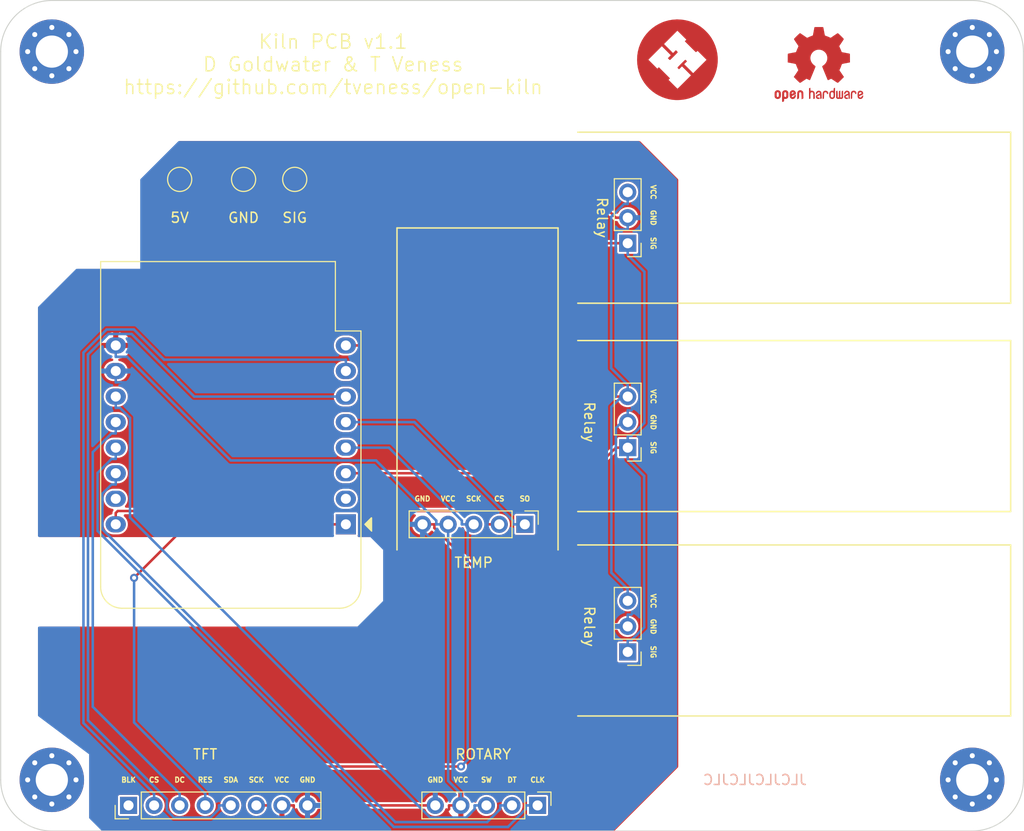
<source format=kicad_pcb>
(kicad_pcb (version 20211014) (generator pcbnew)
  (layers (0 "F.Cu" signal) (31 "B.Cu" signal) (34 "B.Paste" user) (35 "F.Paste" user) (36 "B.SilkS" user "B.Silkscreen") (37 "F.SilkS" user "F.Silkscreen") (38 "B.Mask" user) (39 "F.Mask" user) (44 "Edge.Cuts" user))
  (net 0 "")
  (net 3 "CS_TFT")
  (net 5 "CS_T")
  (net 6 "DC_TFT")
  (net 7 "RES_TFT")
  (net 8 "SDA_TFT")
  (net 9 "VCC_ROTARY")
  (net 10 "SO_T")
  (net 11 "SCK_T")
  (net 12 "Sig_relay")
  (net 13 "Vcc_relay")
  (net 14 "GND_ROTARY")
  (net 15 "CLK_ROTARY")
  (net 16 "DT_ROTARY")
  (net 17 "SW_ROTARY")
  (footprint "MountingHole:MountingHole_3.2mm_M3_Pad_Via" (layer "F.Cu") (at 171.45 116.84)
    (fp_text reference "H1")
    (fp_text value "MountingHole")
  )
  (footprint "Connector_PinHeader_2.54mm:PinHeader_1x03_P2.54mm_Vertical" (layer "F.Cu") (at 137.22 83.82 180)
    (fp_text reference "J5")
    (fp_text value "Relay")
  )
  (footprint "MountingHole:MountingHole_3.2mm_M3_Pad_Via" (layer "F.Cu") (at 80.01 116.84)
    (fp_text reference "H3")
    (fp_text value "MountingHole")
  )
  (footprint "Connector_PinHeader_2.54mm:PinHeader_1x08_P2.54mm_Vertical" (layer "F.Cu") (at 87.63 119.38 90)
    (fp_text reference "J1")
    (fp_text value "TFT")
  )
  (footprint "Symbol:OSHW-Logo2_9.8x8mm_Copper" (layer "F.Cu") (at 156.21 45.72)
    (fp_text reference "REF**" hide)
    (fp_text value "OSHW-Logo2_9.8x8mm_Copper" hide)
  )
  (footprint "TestPoint:TestPoint_Pad_D2.0mm" (layer "F.Cu") (at 104.14 57.15)
    (fp_text reference "TP3")
    (fp_text value "SIG")
  )
  (footprint "TestPoint:TestPoint_Pad_D2.0mm" (layer "F.Cu") (at 99.06 57.15)
    (fp_text reference "TP2")
    (fp_text value "GND")
  )
  (footprint "Module:WEMOS_D1_mini_light" (layer "F.Cu") (at 109.22 91.44 180)
    (fp_text reference "U1")
    (fp_text value "WeMos_D1_mini")
  )
  (footprint "Connector_PinHeader_2.54mm:PinHeader_1x03_P2.54mm_Vertical" (layer "F.Cu") (at 137.22 104.125 180)
    (fp_text reference "J6")
    (fp_text value "Relay")
  )
  (footprint "Connector_PinHeader_2.54mm:PinHeader_1x05_P2.54mm_Vertical" (layer "F.Cu") (at 128.265 119.38 -90)
    (fp_text reference "J3")
    (fp_text value "ROTARY")
  )
  (footprint "TestPoint:TestPoint_Pad_D2.0mm" (layer "F.Cu") (at 92.71 57.15)
    (fp_text reference "TP1")
    (fp_text value "5V")
  )
  (footprint "MountingHole:MountingHole_3.2mm_M3_Pad_Via" (layer "F.Cu") (at 80.01 44.45)
    (fp_text reference "H4")
    (fp_text value "MountingHole")
  )
  (footprint "Connector_PinHeader_2.54mm:PinHeader_1x05_P2.54mm_Vertical" (layer "F.Cu") (at 127 91.44 -90)
    (fp_text reference "J2")
    (fp_text value "TEMP")
  )
  (footprint "Connector_PinHeader_2.54mm:PinHeader_1x03_P2.54mm_Vertical" (layer "F.Cu") (at 137.22 63.5 180)
    (fp_text reference "J4")
    (fp_text value "Relay")
  )
  (footprint "wemos_d1_mini:hackspace_small" (layer "F.Cu") (at 140.97 44.45)
    (fp_text reference "Ref**" hide)
    (fp_text value "Val**" hide)
  )
  (footprint "MountingHole:MountingHole_3.2mm_M3_Pad_Via" (layer "F.Cu") (at 171.45 44.45)
    (fp_text reference "H2")
    (fp_text value "MountingHole")
  )
  (gr_line (start 175.26 90.17) (end 132.26 90.17) (layer "F.SilkS") (width 0.15))
  (gr_line (start 175.26 73.17) (end 175.26 90.17) (layer "F.SilkS") (width 0.15))
  (gr_line (start 175.26 93.49) (end 175.26 110.49) (layer "F.SilkS") (width 0.15))
  (gr_line (start 114.3 93.98) (end 114.3 61.98) (layer "F.SilkS") (width 0.15))
  (gr_line (start 175.26 110.49) (end 132.26 110.49) (layer "F.SilkS") (width 0.15))
  (gr_line (start 114.3 61.98) (end 130.3 61.98) (layer "F.SilkS") (width 0.15))
  (gr_line (start 175.26 52.46) (end 132.26 52.46) (layer "F.SilkS") (width 0.15))
  (gr_line (start 175.26 69.46) (end 132.26 69.46) (layer "F.SilkS") (width 0.15))
  (gr_line (start 175.26 73.17) (end 132.26 73.17) (layer "F.SilkS") (width 0.15))
  (gr_line (start 175.26 52.46) (end 175.26 69.46) (layer "F.SilkS") (width 0.15))
  (gr_line (start 175.26 93.49) (end 132.26 93.49) (layer "F.SilkS") (width 0.15))
  (gr_line (start 130.3 61.98) (end 130.3 93.98) (layer "F.SilkS") (width 0.15))
  (gr_arc (start 74.93 44.45) (mid 76.417898 40.857898) (end 80.01 39.37) (layer "Edge.Cuts") (width 0.1))
  (gr_line (start 74.93 44.45) (end 74.93 116.84) (layer "Edge.Cuts") (width 0.1))
  (gr_arc (start 171.45 39.37) (mid 175.042102 40.857898) (end 176.53 44.45) (layer "Edge.Cuts") (width 0.1))
  (gr_line (start 80.01 39.37) (end 171.45 39.37) (layer "Edge.Cuts") (width 0.1))
  (gr_line (start 80.01 121.92) (end 171.45 121.92) (layer "Edge.Cuts") (width 0.1))
  (gr_line (start 176.53 44.45) (end 176.53 116.84) (layer "Edge.Cuts") (width 0.1))
  (gr_arc (start 176.53 116.84) (mid 175.042102 120.432102) (end 171.45 121.92) (layer "Edge.Cuts") (width 0.1))
  (gr_arc (start 80.01 121.92) (mid 76.417898 120.432102) (end 74.93 116.84) (layer "Edge.Cuts") (width 0.1))
  (gr_text "JLCJLCJLCJLC" (at 149.86 116.84) (layer "B.SilkS") (effects (font (size 1 1)) (justify mirror)))
  (gr_text "GND" (at 105.41 116.84) (layer "F.SilkS") (effects (font (size 0.5 0.5) (thickness 0.125))))
  (gr_text "SCK" (at 121.92 88.9) (layer "F.SilkS") (effects (font (size 0.5 0.5) (thickness 0.125))))
  (gr_text "VCC" (at 102.87 116.84) (layer "F.SilkS") (effects (font (size 0.5 0.5) (thickness 0.125))))
  (gr_text "CLK" (at 128.27 116.84) (layer "F.SilkS") (effects (font (size 0.5 0.5) (thickness 0.125))))
  (gr_text "Kiln PCB v1.1\nD Goldwater & T Veness\nhttps://github.com/tveness/open-kiln" (at 107.95 45.72) (layer "F.SilkS") (effects (font (size 1.4 1.4))))
  (gr_text "SO" (at 127 88.9) (layer "F.SilkS") (effects (font (size 0.5 0.5) (thickness 0.125))))
  (gr_text "GND" (at 139.76 60.96 270) (layer "F.SilkS") (effects (font (size 0.5 0.5) (thickness 0.125))))
  (gr_text "SDA" (at 97.79 116.84) (layer "F.SilkS") (effects (font (size 0.5 0.5) (thickness 0.125))))
  (gr_text "SCK" (at 100.33 116.84) (layer "F.SilkS") (effects (font (size 0.5 0.5) (thickness 0.125))))
  (gr_text "BLK" (at 87.63 116.84) (layer "F.SilkS") (effects (font (size 0.5 0.5) (thickness 0.125))))
  (gr_text "SIG" (at 139.76 104.125 270) (layer "F.SilkS") (effects (font (size 0.5 0.5) (thickness 0.125))))
  (gr_text "CS" (at 124.46 88.9) (layer "F.SilkS") (effects (font (size 0.5 0.5) (thickness 0.125))))
  (gr_text "GND" (at 118.11 116.84) (layer "F.SilkS") (effects (font (size 0.5 0.5) (thickness 0.125))))
  (gr_text "SW" (at 123.19 116.84) (layer "F.SilkS") (effects (font (size 0.5 0.5) (thickness 0.125))))
  (gr_text "VCC" (at 139.76 99.06 270) (layer "F.SilkS") (effects (font (size 0.5 0.5) (thickness 0.125))))
  (gr_text "DT" (at 125.73 116.84) (layer "F.SilkS") (effects (font (size 0.5 0.5) (thickness 0.125))))
  (gr_text "SIG" (at 139.76 83.82 270) (layer "F.SilkS") (effects (font (size 0.5 0.5) (thickness 0.125))))
  (gr_text "VCC" (at 139.76 58.42 270) (layer "F.SilkS") (effects (font (size 0.5 0.5) (thickness 0.125))))
  (gr_text "GND" (at 139.76 101.6 270) (layer "F.SilkS") (effects (font (size 0.5 0.5) (thickness 0.125))))
  (gr_text "GND" (at 139.76 81.28 270) (layer "F.SilkS") (effects (font (size 0.5 0.5) (thickness 0.125))))
  (gr_text "SIG" (at 139.76 63.5 270) (layer "F.SilkS") (effects (font (size 0.5 0.5) (thickness 0.125))))
  (gr_text "VCC" (at 119.38 88.9) (layer "F.SilkS") (effects (font (size 0.5 0.5) (thickness 0.125))))
  (gr_text "VCC" (at 139.76 78.74 270) (layer "F.SilkS") (effects (font (size 0.5 0.5) (thickness 0.125))))
  (gr_text "CS" (at 90.17 116.84) (layer "F.SilkS") (effects (font (size 0.5 0.5) (thickness 0.125))))
  (gr_text "VCC" (at 120.65 116.84) (layer "F.SilkS") (effects (font (size 0.5 0.5) (thickness 0.125))))
  (gr_text "GND" (at 116.830915 88.899999) (layer "F.SilkS") (effects (font (size 0.5 0.5) (thickness 0.125))))
  (gr_text "DC" (at 92.71 116.84) (layer "F.SilkS") (effects (font (size 0.5 0.5) (thickness 0.125))))
  (gr_text "RES" (at 95.25 116.84) (layer "F.SilkS") (effects (font (size 0.5 0.5) (thickness 0.125))))
  (segment (start 91.1638 75.0747) (end 88.1595 72.0704) (width 0.25) (layer "B.Cu") (net 3))
  (segment (start 88.1595 72.0704) (end 85.452 72.0704) (width 0.25) (layer "B.Cu") (net 3))
  (segment (start 83.1508 111.1855) (end 90.17 118.2047) (width 0.25) (layer "B.Cu") (net 3))
  (segment (start 83.1508 74.3716) (end 83.1508 111.1855) (width 0.25) (layer "B.Cu") (net 3))
  (segment (start 85.452 72.0704) (end 83.1508 74.3716) (width 0.25) (layer "B.Cu") (net 3))
  (segment (start 109.22 75.0747) (end 91.1638 75.0747) (width 0.25) (layer "B.Cu") (net 3))
  (segment (start 90.17 119.38) (end 90.17 118.2047) (width 0.25) (layer "B.Cu") (net 3))
  (segment (start 109.22 76.2) (end 109.22 75.0747) (width 0.25) (layer "B.Cu") (net 3))
  (segment (start 86.5601 90.1146) (end 86.36 90.3147) (width 0.25) (layer "F.Cu") (net 5))
  (segment (start 86.36 91.44) (end 86.36 90.3147) (width 0.25) (layer "F.Cu") (net 5))
  (segment (start 124.46 91.44) (end 123.2847 91.44) (width 0.25) (layer "F.Cu") (net 5))
  (segment (start 122.3266 90.1146) (end 86.5601 90.1146) (width 0.25) (layer "F.Cu") (net 5))
  (segment (start 123.2847 91.44) (end 123.2847 91.0727) (width 0.25) (layer "F.Cu") (net 5))
  (segment (start 123.2847 91.0727) (end 122.3266 90.1146) (width 0.25) (layer "F.Cu") (net 5))
  (segment (start 85.938 82.4053) (end 84.0789 84.2644) (width 0.25) (layer "B.Cu") (net 6))
  (segment (start 86.36 81.28) (end 86.36 82.4053) (width 0.25) (layer "B.Cu") (net 6))
  (segment (start 86.36 82.4053) (end 85.938 82.4053) (width 0.25) (layer "B.Cu") (net 6))
  (segment (start 92.71 119.38) (end 92.71 118.2047) (width 0.25) (layer "B.Cu") (net 6))
  (segment (start 84.0789 109.5736) (end 92.71 118.2047) (width 0.25) (layer "B.Cu") (net 6))
  (segment (start 84.0789 84.2644) (end 84.0789 109.5736) (width 0.25) (layer "B.Cu") (net 6))
  (segment (start 109.22 91.44) (end 93.5007 91.44) (width 0.25) (layer "F.Cu") (net 7))
  (segment (start 93.5007 91.44) (end 88.182 96.7587) (width 0.25) (layer "F.Cu") (net 7))
  (via (at 88.182 96.7587) (size 0.8) (drill 0.4) (layers "F.Cu" "B.Cu") (net 7))
  (segment (start 88.182 111.1367) (end 88.182 96.7587) (width 0.25) (layer "B.Cu") (net 7))
  (segment (start 95.25 119.38) (end 95.25 118.2047) (width 0.25) (layer "B.Cu") (net 7))
  (segment (start 95.25 118.2047) (end 88.182 111.1367) (width 0.25) (layer "B.Cu") (net 7))
  (segment (start 96.6147 119.7453) (end 96.6147 119.38) (width 0.25) (layer "B.Cu") (net 8))
  (segment (start 83.6011 110.9109) (end 91.44 118.7498) (width 0.25) (layer "B.Cu") (net 8))
  (segment (start 95.7751 120.5849) (end 96.6147 119.7453) (width 0.25) (layer "B.Cu") (net 8))
  (segment (start 94.1537 78.74) (end 87.9344 72.5207) (width 0.25) (layer "B.Cu") (net 8))
  (segment (start 92.1465 120.5849) (end 95.7751 120.5849) (width 0.25) (layer "B.Cu") (net 8))
  (segment (start 97.79 119.38) (end 96.6147 119.38) (width 0.25) (layer "B.Cu") (net 8))
  (segment (start 91.44 118.7498) (end 91.44 119.8784) (width 0.25) (layer "B.Cu") (net 8))
  (segment (start 87.9344 72.5207) (end 85.6386 72.5207) (width 0.25) (layer "B.Cu") (net 8))
  (segment (start 83.6011 74.5582) (end 83.6011 110.9109) (width 0.25) (layer "B.Cu") (net 8))
  (segment (start 91.44 119.8784) (end 92.1465 120.5849) (width 0.25) (layer "B.Cu") (net 8))
  (segment (start 85.6386 72.5207) (end 83.6011 74.5582) (width 0.25) (layer "B.Cu") (net 8))
  (segment (start 109.22 78.74) (end 94.1537 78.74) (width 0.25) (layer "B.Cu") (net 8))
  (segment (start 120.645 119.38) (end 119.4697 119.38) (width 0.25) (layer "F.Cu") (net 9))
  (segment (start 119.4697 119.7473) (end 118.6617 120.5553) (width 0.25) (layer "F.Cu") (net 9))
  (segment (start 119.4697 119.38) (end 119.4697 119.7473) (width 0.25) (layer "F.Cu") (net 9))
  (segment (start 104.0453 119.7474) (end 104.0453 119.38) (width 0.25) (layer "F.Cu") (net 9))
  (segment (start 86.36 73.66) (end 86.36 72.5347) (width 0.25) (layer "F.Cu") (net 9))
  (segment (start 92.71 66.1847) (end 86.36 72.5347) (width 0.25) (layer "F.Cu") (net 9))
  (segment (start 102.87 119.38) (end 104.0453 119.38) (width 0.25) (layer "F.Cu") (net 9))
  (segment (start 104.8532 120.5553) (end 104.0453 119.7474) (width 0.25) (layer "F.Cu") (net 9))
  (segment (start 118.6617 120.5553) (end 104.8532 120.5553) (width 0.25) (layer "F.Cu") (net 9))
  (segment (start 92.71 57.15) (end 92.71 66.1847) (width 0.25) (layer "F.Cu") (net 9))
  (segment (start 86.36 74.7853) (end 87.4853 74.7853) (width 0.25) (layer "B.Cu") (net 9))
  (segment (start 119.38 116.9397) (end 120.645 118.2047) (width 0.25) (layer "B.Cu") (net 9))
  (segment (start 119.38 91.44) (end 119.38 116.9397) (width 0.25) (layer "B.Cu") (net 9))
  (segment (start 97.79 85.09) (end 112.222 85.09) (width 0.25) (layer "B.Cu") (net 9))
  (segment (start 119.38 91.44) (end 118.2047 91.44) (width 0.25) (layer "B.Cu") (net 9))
  (segment (start 120.645 119.38) (end 120.645 118.2047) (width 0.25) (layer "B.Cu") (net 9))
  (segment (start 86.36 73.66) (end 86.36 74.7853) (width 0.25) (layer "B.Cu") (net 9))
  (segment (start 87.4853 74.7853) (end 97.79 85.09) (width 0.25) (layer "B.Cu") (net 9))
  (segment (start 118.2047 91.0727) (end 118.2047 91.44) (width 0.25) (layer "B.Cu") (net 9))
  (segment (start 112.222 85.09) (end 118.2047 91.0727) (width 0.25) (layer "B.Cu") (net 9))
  (segment (start 116.032 81.28) (end 109.22 81.28) (width 0.25) (layer "B.Cu") (net 10))
  (segment (start 125.8247 91.44) (end 125.8247 91.0727) (width 0.25) (layer "B.Cu") (net 10))
  (segment (start 127 91.44) (end 125.8247 91.44) (width 0.25) (layer "B.Cu") (net 10))
  (segment (start 125.8247 91.0727) (end 116.032 81.28) (width 0.25) (layer "B.Cu") (net 10))
  (segment (start 101.5053 119.0127) (end 101.5053 119.38) (width 0.25) (layer "F.Cu") (net 11))
  (segment (start 105.0046 115.5134) (end 101.5053 119.0127) (width 0.25) (layer "F.Cu") (net 11))
  (segment (start 100.33 119.38) (end 101.5053 119.38) (width 0.25) (layer "F.Cu") (net 11))
  (segment (start 120.6599 115.5134) (end 105.0046 115.5134) (width 0.25) (layer "F.Cu") (net 11))
  (via (at 120.6599 115.5134) (size 0.8) (drill 0.4) (layers "F.Cu" "B.Cu") (net 11))
  (segment (start 121.92 91.44) (end 121.3324 91.44) (width 0.25) (layer "B.Cu") (net 11))
  (segment (start 113.492 83.82) (end 109.22 83.82) (width 0.25) (layer "B.Cu") (net 11))
  (segment (start 121.3324 114.8409) (end 120.6599 115.5134) (width 0.25) (layer "B.Cu") (net 11))
  (segment (start 121.3324 91.44) (end 121.3324 114.8409) (width 0.25) (layer "B.Cu") (net 11))
  (segment (start 120.7447 91.44) (end 120.7447 91.0727) (width 0.25) (layer "B.Cu") (net 11))
  (segment (start 121.3324 91.44) (end 120.7447 91.44) (width 0.25) (layer "B.Cu") (net 11))
  (segment (start 120.7447 91.0727) (end 113.492 83.82) (width 0.25) (layer "B.Cu") (net 11))
  (segment (start 137.22 83.82) (end 136.0447 83.82) (width 0.25) (layer "F.Cu") (net 12))
  (segment (start 109.22 86.36) (end 133.5047 86.36) (width 0.25) (layer "F.Cu") (net 12))
  (segment (start 137.22 63.5) (end 110.49 63.5) (width 0.25) (layer "F.Cu") (net 12))
  (segment (start 133.5047 86.36) (end 136.0447 83.82) (width 0.25) (layer "F.Cu") (net 12))
  (segment (start 110.49 63.5) (end 104.14 57.15) (width 0.25) (layer "F.Cu") (net 12))
  (segment (start 138.8512 101.6858) (end 137.5873 102.9497) (width 0.25) (layer "B.Cu") (net 12))
  (segment (start 137.5873 102.9497) (end 137.22 102.9497) (width 0.25) (layer "B.Cu") (net 12))
  (segment (start 137.22 64.6753) (end 138.8775 66.3328) (width 0.25) (layer "B.Cu") (net 12))
  (segment (start 137.22 84.9953) (end 138.8512 86.6265) (width 0.25) (layer "B.Cu") (net 12))
  (segment (start 137.22 104.125) (end 137.22 102.9497) (width 0.25) (layer "B.Cu") (net 12))
  (segment (start 137.5873 82.6447) (end 137.22 82.6447) (width 0.25) (layer "B.Cu") (net 12))
  (segment (start 138.8512 86.6265) (end 138.8512 101.6858) (width 0.25) (layer "B.Cu") (net 12))
  (segment (start 137.22 63.5) (end 137.22 64.6753) (width 0.25) (layer "B.Cu") (net 12))
  (segment (start 137.22 83.82) (end 137.22 82.6447) (width 0.25) (layer "B.Cu") (net 12))
  (segment (start 137.22 83.82) (end 137.22 84.9953) (width 0.25) (layer "B.Cu") (net 12))
  (segment (start 138.8775 66.3328) (end 138.8775 81.3545) (width 0.25) (layer "B.Cu") (net 12))
  (segment (start 138.8775 81.3545) (end 137.5873 82.6447) (width 0.25) (layer "B.Cu") (net 12))
  (segment (start 130.9647 73.66) (end 136.0447 78.74) (width 0.25) (layer "F.Cu") (net 13))
  (segment (start 137.22 78.74) (end 136.0447 78.74) (width 0.25) (layer "F.Cu") (net 13))
  (segment (start 109.22 73.66) (end 130.9647 73.66) (width 0.25) (layer "F.Cu") (net 13))
  (segment (start 136.8527 59.5953) (end 135.5757 60.8723) (width 0.25) (layer "B.Cu") (net 13))
  (segment (start 137.22 58.42) (end 137.22 59.5953) (width 0.25) (layer "B.Cu") (net 13))
  (segment (start 137.22 99.045) (end 137.22 97.8697) (width 0.25) (layer "B.Cu") (net 13))
  (segment (start 137.22 78.1523) (end 135.5944 79.7779) (width 0.25) (layer "B.Cu") (net 13))
  (segment (start 135.5757 60.8723) (end 135.5757 75.9204) (width 0.25) (layer "B.Cu") (net 13))
  (segment (start 137.22 78.1523) (end 137.22 77.5647) (width 0.25) (layer "B.Cu") (net 13))
  (segment (start 135.5757 75.9204) (end 137.22 77.5647) (width 0.25) (layer "B.Cu") (net 13))
  (segment (start 135.5944 79.7779) (end 135.5944 96.2441) (width 0.25) (layer "B.Cu") (net 13))
  (segment (start 137.22 59.5953) (end 136.8527 59.5953) (width 0.25) (layer "B.Cu") (net 13))
  (segment (start 135.5944 96.2441) (end 137.22 97.8697) (width 0.25) (layer "B.Cu") (net 13))
  (segment (start 137.22 78.74) (end 137.22 78.1523) (width 0.25) (layer "B.Cu") (net 13))
  (segment (start 127.793 101.585) (end 118.0153 91.8073) (width 0.25) (layer "F.Cu") (net 14))
  (segment (start 118.105 119.38) (end 105.41 119.38) (width 0.25) (layer "F.Cu") (net 14))
  (segment (start 118.0153 91.8073) (end 118.0153 91.44) (width 0.25) (layer "F.Cu") (net 14))
  (segment (start 137.22 60.96) (end 136.0447 60.96) (width 0.25) (layer "F.Cu") (net 14))
  (segment (start 130.8464 55.7617) (end 100.4483 55.7617) (width 0.25) (layer "F.Cu") (net 14))
  (segment (start 100.4483 55.7617) (end 99.06 57.15) (width 0.25) (layer "F.Cu") (net 14))
  (segment (start 137.22 101.585) (end 127.793 101.585) (width 0.25) (layer "F.Cu") (net 14))
  (segment (start 116.84 91.44) (end 118.0153 91.44) (width 0.25) (layer "F.Cu") (net 14))
  (segment (start 136.0447 60.96) (end 130.8464 55.7617) (width 0.25) (layer "F.Cu") (net 14))
  (segment (start 116.2524 91.44) (end 115.6647 91.44) (width 0.25) (layer "B.Cu") (net 14))
  (segment (start 137.5874 80.1047) (end 138.3953 79.2968) (width 0.25) (layer "B.Cu") (net 14))
  (segment (start 138.3953 76.7133) (end 136.0261 74.3441) (width 0.25) (layer "B.Cu") (net 14))
  (segment (start 111.8547 87.63) (end 115.6647 91.44) (width 0.25) (layer "B.Cu") (net 14))
  (segment (start 137.22 80.1047) (end 137.5874 80.1047) (width 0.25) (layer "B.Cu") (net 14))
  (segment (start 97.79 87.63) (end 111.8547 87.63) (width 0.25) (layer "B.Cu") (net 14))
  (segment (start 136.0261 62.5212) (end 136.412 62.1353) (width 0.25) (layer "B.Cu") (net 14))
  (segment (start 136.412 62.1353) (end 137.22 62.1353) (width 0.25) (layer "B.Cu") (net 14))
  (segment (start 136.0447 81.8676) (end 136.0447 85.4416) (width 0.25) (layer "B.Cu") (net 14))
  (segment (start 136.0261 74.3441) (end 136.0261 62.5212) (width 0.25) (layer "B.Cu") (net 14))
  (segment (start 86.36 77.3253) (end 87.4853 77.3253) (width 0.25) (layer "B.Cu") (net 14))
  (segment (start 138.3953 79.2968) (end 138.3953 76.7133) (width 0.25) (layer "B.Cu") (net 14))
  (segment (start 87.4853 77.3253) (end 97.79 87.63) (width 0.25) (layer "B.Cu") (net 14))
  (segment (start 137.22 101.585) (end 137.22 100.4097) (width 0.25) (layer "B.Cu") (net 14))
  (segment (start 118.105 93.2926) (end 118.105 119.38) (width 0.25) (layer "B.Cu") (net 14))
  (segment (start 137.22 81.28) (end 137.22 80.6923) (width 0.25) (layer "B.Cu") (net 14))
  (segment (start 138.3953 99.6018) (end 137.5874 100.4097) (width 0.25) (layer "B.Cu") (net 14))
  (segment (start 137.22 80.6923) (end 136.0447 81.8676) (width 0.25) (layer "B.Cu") (net 14))
  (segment (start 137.5874 100.4097) (end 137.22 100.4097) (width 0.25) (layer "B.Cu") (net 14))
  (segment (start 116.2524 91.44) (end 118.105 93.2926) (width 0.25) (layer "B.Cu") (net 14))
  (segment (start 86.36 76.2) (end 86.36 77.3253) (width 0.25) (layer "B.Cu") (net 14))
  (segment (start 136.0447 85.4416) (end 138.3953 87.7922) (width 0.25) (layer "B.Cu") (net 14))
  (segment (start 137.22 60.96) (end 137.22 62.1353) (width 0.25) (layer "B.Cu") (net 14))
  (segment (start 137.22 80.6923) (end 137.22 80.1047) (width 0.25) (layer "B.Cu") (net 14))
  (segment (start 138.3953 87.7922) (end 138.3953 99.6018) (width 0.25) (layer "B.Cu") (net 14))
  (segment (start 116.84 91.44) (end 116.2524 91.44) (width 0.25) (layer "B.Cu") (net 14))
  (segment (start 127.0897 119.38) (end 127.0897 119.7473) (width 0.25) (layer "B.Cu") (net 15))
  (segment (start 84.5574 92.0985) (end 84.5574 86.3259) (width 0.25) (layer "B.Cu") (net 15))
  (segment (start 113.9746 121.5157) (end 84.5574 92.0985) (width 0.25) (layer "B.Cu") (net 15))
  (segment (start 86.36 83.82) (end 86.36 84.9453) (width 0.25) (layer "B.Cu") (net 15))
  (segment (start 128.265 119.38) (end 127.0897 119.38) (width 0.25) (layer "B.Cu") (net 15))
  (segment (start 125.3213 121.5157) (end 113.9746 121.5157) (width 0.25) (layer "B.Cu") (net 15))
  (segment (start 127.0897 119.7473) (end 125.3213 121.5157) (width 0.25) (layer "B.Cu") (net 15))
  (segment (start 84.5574 86.3259) (end 85.938 84.9453) (width 0.25) (layer "B.Cu") (net 15))
  (segment (start 85.938 84.9453) (end 86.36 84.9453) (width 0.25) (layer "B.Cu") (net 15))
  (segment (start 123.2598 121.0372) (end 114.1365 121.0372) (width 0.25) (layer "B.Cu") (net 16))
  (segment (start 124.5497 119.7473) (end 123.2598 121.0372) (width 0.25) (layer "B.Cu") (net 16))
  (segment (start 125.725 119.38) (end 124.5497 119.38) (width 0.25) (layer "B.Cu") (net 16))
  (segment (start 114.1365 121.0372) (end 85.0338 91.9345) (width 0.25) (layer "B.Cu") (net 16))
  (segment (start 85.0338 88.3895) (end 85.938 87.4853) (width 0.25) (layer "B.Cu") (net 16))
  (segment (start 85.0338 91.9345) (end 85.0338 88.3895) (width 0.25) (layer "B.Cu") (net 16))
  (segment (start 86.36 86.36) (end 86.36 87.4853) (width 0.25) (layer "B.Cu") (net 16))
  (segment (start 85.938 87.4853) (end 86.36 87.4853) (width 0.25) (layer "B.Cu") (net 16))
  (segment (start 124.5497 119.38) (end 124.5497 119.7473) (width 0.25) (layer "B.Cu") (net 16))
  (segment (start 86.36 78.74) (end 86.36 79.8653) (width 0.25) (layer "B.Cu") (net 17))
  (segment (start 86.782 79.8653) (end 86.36 79.8653) (width 0.25) (layer "B.Cu") (net 17))
  (segment (start 123.185 119.38) (end 122.0097 119.38) (width 0.25) (layer "B.Cu") (net 17))
  (segment (start 122.0097 119.7473) (end 121.1702 120.5868) (width 0.25) (layer "B.Cu") (net 17))
  (segment (start 122.0097 119.38) (end 122.0097 119.7473) (width 0.25) (layer "B.Cu") (net 17))
  (segment (start 117.5902 120.5868) (end 87.7746 90.7712) (width 0.25) (layer "B.Cu") (net 17))
  (segment (start 87.7746 90.7712) (end 87.7746 80.8579) (width 0.25) (layer "B.Cu") (net 17))
  (segment (start 87.7746 80.8579) (end 86.782 79.8653) (width 0.25) (layer "B.Cu") (net 17))
  (segment (start 121.1702 120.5868) (end 117.5902 120.5868) (width 0.25) (layer "B.Cu") (net 17))
  (zone (net 9) (net_name "VCC_ROTARY") (layer "F.Cu") (connect_pads (clearance 0)) (min_thickness 0.254) (fill yes (thermal_gap 0.508) (thermal_bridge_width 0.508))
    (polygon (pts (xy 142.24 57.15) (xy 142.24 115.57) (xy 135.89 121.92) (xy 85.09 121.92) (xy 83.82 120.65) (xy 83.82 114.3) (xy 78.74 110.49) (xy 78.74 101.6) (xy 110.49 101.6) (xy 113.03 99.06) (xy 113.03 93.98) (xy 111.76 92.71) (xy 78.74 92.71) (xy 78.74 69.85) (xy 82.55 66.04) (xy 88.9 66.04) (xy 88.9 57.15) (xy 92.71 53.34) (xy 138.43 53.34)))
  )
  (zone (net 14) (net_name "GND_ROTARY") (layer "B.Cu") (connect_pads (clearance 0)) (min_thickness 0.254) (fill yes (thermal_gap 0.508) (thermal_bridge_width 0.508))
    (polygon (pts (xy 142.131447 57.147627) (xy 142.131447 115.567627) (xy 135.781447 121.917627) (xy 84.981447 121.917627) (xy 83.711447 120.647627) (xy 83.711447 114.297627) (xy 78.631447 110.487627) (xy 78.631447 101.597627) (xy 110.381447 101.597627) (xy 112.921447 99.057627) (xy 112.921447 93.977627) (xy 111.651447 92.707627) (xy 78.631447 92.707627) (xy 78.631447 69.847627) (xy 82.441447 66.037627) (xy 88.791447 66.037627) (xy 88.791447 57.147627) (xy 92.601447 53.337627) (xy 138.321447 53.337627)))
  )
)
</source>
